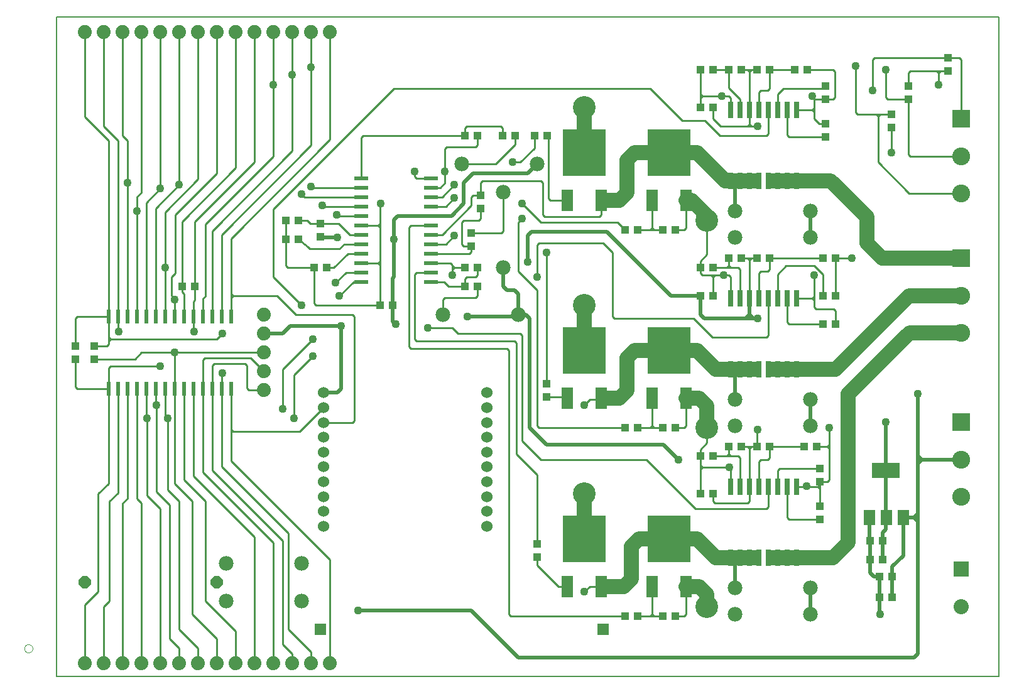
<source format=gtl>
G75*
G70*
%OFA0B0*%
%FSLAX24Y24*%
%IPPOS*%
%LPD*%
%AMOC8*
5,1,8,0,0,1.08239X$1,22.5*
%
%ADD10C,0.0080*%
%ADD11C,0.0000*%
%ADD12R,0.1650X0.0800*%
%ADD13R,0.0217X0.0768*%
%ADD14C,0.0740*%
%ADD15R,0.0433X0.0394*%
%ADD16R,0.0394X0.0433*%
%ADD17R,0.0780X0.0210*%
%ADD18C,0.0600*%
%ADD19R,0.0630X0.1181*%
%ADD20R,0.2280X0.2470*%
%ADD21C,0.0780*%
%ADD22R,0.0256X0.0886*%
%ADD23R,0.0950X0.0950*%
%ADD24C,0.0950*%
%ADD25R,0.0594X0.0594*%
%ADD26OC8,0.0640*%
%ADD27R,0.0800X0.0800*%
%ADD28C,0.0800*%
%ADD29R,0.0590X0.0790*%
%ADD30R,0.1500X0.0790*%
%ADD31C,0.0100*%
%ADD32C,0.0436*%
%ADD33C,0.0200*%
%ADD34C,0.0800*%
%ADD35C,0.1200*%
D10*
X002016Y000796D02*
X002016Y035796D01*
X052016Y035796D01*
X052016Y000796D01*
X002016Y000796D01*
D11*
X000299Y002296D02*
X000301Y002325D01*
X000307Y002353D01*
X000316Y002381D01*
X000329Y002407D01*
X000346Y002430D01*
X000365Y002452D01*
X000387Y002471D01*
X000412Y002486D01*
X000438Y002499D01*
X000466Y002507D01*
X000494Y002512D01*
X000523Y002513D01*
X000552Y002510D01*
X000580Y002503D01*
X000607Y002493D01*
X000633Y002479D01*
X000656Y002462D01*
X000677Y002442D01*
X000695Y002419D01*
X000710Y002394D01*
X000721Y002367D01*
X000729Y002339D01*
X000733Y002310D01*
X000733Y002282D01*
X000729Y002253D01*
X000721Y002225D01*
X000710Y002198D01*
X000695Y002173D01*
X000677Y002150D01*
X000656Y002130D01*
X000633Y002113D01*
X000607Y002099D01*
X000580Y002089D01*
X000552Y002082D01*
X000523Y002079D01*
X000494Y002080D01*
X000466Y002085D01*
X000438Y002093D01*
X000412Y002106D01*
X000387Y002121D01*
X000365Y002140D01*
X000346Y002162D01*
X000329Y002185D01*
X000316Y002211D01*
X000307Y002239D01*
X000301Y002267D01*
X000299Y002296D01*
D12*
X038541Y007126D03*
X040541Y007126D03*
X040541Y017126D03*
X038541Y017126D03*
X038541Y027126D03*
X040541Y027126D03*
D13*
X011266Y019925D03*
X010766Y019925D03*
X010266Y019925D03*
X009766Y019925D03*
X009266Y019925D03*
X008766Y019925D03*
X008266Y019925D03*
X007766Y019925D03*
X007266Y019925D03*
X006766Y019925D03*
X006266Y019925D03*
X005766Y019925D03*
X005266Y019925D03*
X004766Y019925D03*
X004766Y016067D03*
X005266Y016067D03*
X005766Y016067D03*
X006266Y016067D03*
X006766Y016067D03*
X007266Y016067D03*
X007766Y016067D03*
X008266Y016067D03*
X008766Y016067D03*
X009266Y016067D03*
X009766Y016067D03*
X010266Y016067D03*
X010766Y016067D03*
X011266Y016067D03*
D14*
X013016Y015996D03*
X013016Y016996D03*
X013016Y017996D03*
X013016Y018996D03*
X013016Y019996D03*
X012516Y034996D03*
X011516Y034996D03*
X010516Y034996D03*
X009516Y034996D03*
X008516Y034996D03*
X007516Y034996D03*
X006516Y034996D03*
X005516Y034996D03*
X004516Y034996D03*
X003516Y034996D03*
X013516Y034996D03*
X014516Y034996D03*
X015516Y034996D03*
X016516Y034996D03*
X016516Y001496D03*
X015516Y001496D03*
X014516Y001496D03*
X013516Y001496D03*
X012516Y001496D03*
X011516Y001496D03*
X010516Y001496D03*
X009516Y001496D03*
X008516Y001496D03*
X007516Y001496D03*
X006516Y001496D03*
X005516Y001496D03*
X004516Y001496D03*
X003516Y001496D03*
D15*
X003016Y017662D03*
X003016Y018331D03*
X008681Y021496D03*
X009350Y021496D03*
X015681Y022496D03*
X016350Y022496D03*
X016016Y024162D03*
X016016Y024831D03*
X019181Y020496D03*
X019850Y020496D03*
X023681Y022496D03*
X024350Y022496D03*
X024016Y023662D03*
X024016Y024331D03*
X024350Y029496D03*
X023681Y029496D03*
X036181Y030996D03*
X036850Y030996D03*
X041181Y032996D03*
X041850Y032996D03*
X046316Y030631D03*
X046316Y029962D03*
X047216Y031462D03*
X047216Y032131D03*
X049316Y032962D03*
X049316Y033631D03*
X043350Y022996D03*
X042681Y022996D03*
X042681Y020996D03*
X043350Y020996D03*
X043350Y019496D03*
X042681Y019496D03*
X036850Y020996D03*
X036181Y020996D03*
X028016Y016331D03*
X028016Y015662D03*
X036181Y010496D03*
X036850Y010496D03*
X041681Y012996D03*
X042350Y012996D03*
X045181Y007996D03*
X045850Y007996D03*
X045850Y006996D03*
X045181Y006996D03*
X045681Y006096D03*
X046350Y006096D03*
X046350Y004996D03*
X045681Y004996D03*
X027516Y007162D03*
X027516Y007831D03*
D16*
X032181Y003996D03*
X032850Y003996D03*
X034181Y003996D03*
X034850Y003996D03*
X042516Y009162D03*
X042516Y009831D03*
X042516Y011162D03*
X042516Y011831D03*
X039850Y012996D03*
X039181Y012996D03*
X038350Y012996D03*
X037681Y012996D03*
X036850Y012496D03*
X036181Y012496D03*
X034850Y013996D03*
X034181Y013996D03*
X032850Y013996D03*
X032181Y013996D03*
X024350Y021496D03*
X023681Y021496D03*
X024516Y025662D03*
X024516Y026331D03*
X025681Y029496D03*
X026350Y029496D03*
X027381Y029496D03*
X028050Y029496D03*
X032181Y024496D03*
X032850Y024496D03*
X034181Y024496D03*
X034850Y024496D03*
X036181Y022496D03*
X036850Y022496D03*
X037681Y022996D03*
X038350Y022996D03*
X039181Y022996D03*
X039850Y022996D03*
X042816Y029462D03*
X042816Y030131D03*
X042816Y031462D03*
X042816Y032131D03*
X039850Y032996D03*
X039181Y032996D03*
X038350Y032996D03*
X037681Y032996D03*
X036850Y032996D03*
X036181Y032996D03*
X014850Y024996D03*
X014181Y024996D03*
X014181Y023996D03*
X014850Y023996D03*
X004016Y018331D03*
X004016Y017662D03*
D17*
X018171Y021746D03*
X018171Y022246D03*
X018171Y022746D03*
X018171Y023246D03*
X018171Y023746D03*
X018171Y024246D03*
X018171Y024746D03*
X018171Y025246D03*
X018171Y025746D03*
X018171Y026246D03*
X018171Y026746D03*
X018171Y027246D03*
X021861Y027246D03*
X021861Y026746D03*
X021861Y026246D03*
X021861Y025746D03*
X021861Y025246D03*
X021861Y024746D03*
X021861Y024246D03*
X021861Y023746D03*
X021861Y023246D03*
X021861Y022746D03*
X021861Y022246D03*
X021861Y021746D03*
D18*
X024846Y015870D03*
X024846Y015083D03*
X024846Y014295D03*
X024846Y013508D03*
X024846Y012721D03*
X024846Y011933D03*
X024846Y011146D03*
X024846Y010358D03*
X024846Y009571D03*
X024846Y008784D03*
X016185Y008784D03*
X016185Y009571D03*
X016185Y010358D03*
X016185Y011146D03*
X016185Y011933D03*
X016185Y012721D03*
X016185Y013508D03*
X016185Y014295D03*
X016185Y015083D03*
X016185Y015870D03*
D19*
X029116Y015586D03*
X030916Y015586D03*
X033616Y015586D03*
X035416Y015586D03*
X035416Y005586D03*
X033616Y005586D03*
X030916Y005586D03*
X029116Y005586D03*
X029116Y026086D03*
X030916Y026086D03*
X033616Y026086D03*
X035416Y026086D03*
D20*
X034516Y028621D03*
X030016Y028621D03*
X030016Y018121D03*
X034516Y018121D03*
X034516Y008121D03*
X030016Y008121D03*
D21*
X038016Y005496D03*
X038016Y004096D03*
X042016Y004096D03*
X042016Y005496D03*
X042016Y014096D03*
X042016Y015496D03*
X038016Y015496D03*
X038016Y014096D03*
X026516Y019996D03*
X025716Y022496D03*
X022516Y019996D03*
X025716Y026496D03*
X027516Y027996D03*
X023516Y027996D03*
X038016Y025496D03*
X038016Y024096D03*
X042016Y024096D03*
X042016Y025496D03*
X015016Y006796D03*
X015016Y004796D03*
X011016Y004796D03*
X011016Y006796D03*
D22*
X037766Y007126D03*
X038266Y007126D03*
X038766Y007126D03*
X039266Y007126D03*
X039766Y007126D03*
X040266Y007126D03*
X040766Y007126D03*
X041266Y007126D03*
X041266Y010866D03*
X040766Y010866D03*
X040266Y010866D03*
X039766Y010866D03*
X039266Y010866D03*
X038766Y010866D03*
X038266Y010866D03*
X037766Y010866D03*
X037766Y017126D03*
X038266Y017126D03*
X038766Y017126D03*
X039266Y017126D03*
X039766Y017126D03*
X040266Y017126D03*
X040766Y017126D03*
X041266Y017126D03*
X041266Y020866D03*
X040766Y020866D03*
X040266Y020866D03*
X039766Y020866D03*
X039266Y020866D03*
X038766Y020866D03*
X038266Y020866D03*
X037766Y020866D03*
X037766Y027126D03*
X038266Y027126D03*
X038766Y027126D03*
X039266Y027126D03*
X039766Y027126D03*
X040266Y027126D03*
X040766Y027126D03*
X041266Y027126D03*
X041266Y030866D03*
X040766Y030866D03*
X040266Y030866D03*
X039766Y030866D03*
X039266Y030866D03*
X038766Y030866D03*
X038266Y030866D03*
X037766Y030866D03*
D23*
X050016Y030396D03*
X050016Y022996D03*
X050016Y014296D03*
D24*
X050016Y012328D03*
X050016Y010359D03*
X050016Y019059D03*
X050016Y021028D03*
X050016Y026459D03*
X050016Y028428D03*
D25*
X031016Y003296D03*
X016016Y003296D03*
D26*
X010516Y005796D03*
X003516Y005796D03*
D27*
X050016Y006496D03*
D28*
X050016Y004528D03*
D29*
X046926Y009256D03*
X046026Y009256D03*
X045126Y009256D03*
D30*
X046016Y011736D03*
D31*
X043016Y011262D02*
X043016Y012896D01*
X043016Y013496D01*
X043016Y013096D02*
X043016Y013996D01*
X043016Y013096D02*
X042916Y012996D01*
X042350Y012996D01*
X042916Y012996D02*
X043016Y012896D01*
X042516Y011831D02*
X040366Y011831D01*
X040266Y011731D01*
X040266Y010866D01*
X040766Y010866D02*
X040766Y009262D01*
X040866Y009162D01*
X042516Y009162D01*
X042516Y009831D02*
X042516Y010766D01*
X042516Y011266D01*
X042516Y011162D02*
X042516Y010966D01*
X042416Y010866D01*
X041846Y010866D01*
X041816Y010896D01*
X041786Y010866D01*
X041266Y010866D01*
X042416Y010866D02*
X042516Y010766D01*
X042516Y011162D02*
X042916Y011162D01*
X043016Y011262D01*
X041681Y012996D02*
X039850Y012996D01*
X039850Y012396D01*
X039750Y012296D01*
X039366Y012296D01*
X039266Y012196D01*
X039266Y010866D01*
X039766Y010866D02*
X039766Y009796D01*
X039666Y009696D01*
X035916Y009696D01*
X033316Y012296D01*
X027716Y012296D01*
X026716Y013296D01*
X026716Y018896D01*
X026616Y018996D01*
X023316Y018996D01*
X023016Y019296D01*
X021716Y019296D01*
X021116Y018596D02*
X021016Y018696D01*
X021016Y022146D01*
X021116Y022246D01*
X021861Y022246D01*
X021861Y021746D02*
X022566Y021746D01*
X022816Y021496D01*
X023681Y021496D01*
X023681Y021896D01*
X023781Y021996D01*
X024250Y021996D01*
X024350Y022096D01*
X024350Y022496D01*
X023681Y022496D02*
X023116Y022496D01*
X023016Y022396D01*
X023016Y022596D01*
X023116Y022496D01*
X023016Y022396D02*
X023016Y022096D01*
X023016Y022596D02*
X023016Y022646D01*
X022916Y022746D01*
X021861Y022746D01*
X021861Y023246D02*
X023916Y023246D01*
X024016Y023346D01*
X024016Y023662D01*
X023616Y023662D01*
X023516Y023762D01*
X023516Y024896D01*
X023616Y024996D01*
X024416Y024996D01*
X024516Y025096D01*
X024516Y025662D01*
X024016Y025796D02*
X024016Y026231D01*
X024116Y026331D01*
X024516Y026331D01*
X024516Y026996D01*
X024616Y027096D01*
X027716Y027096D01*
X027816Y026996D01*
X027816Y025296D01*
X027916Y025196D01*
X030816Y025196D01*
X030916Y025296D01*
X030916Y026086D01*
X031216Y026086D01*
X031781Y024896D02*
X027716Y024896D01*
X026716Y025896D01*
X026716Y025096D02*
X026516Y024896D01*
X026516Y022296D01*
X027516Y021296D01*
X027516Y014096D01*
X027616Y013996D01*
X032181Y013996D01*
X032850Y013996D02*
X033516Y013996D01*
X033681Y013996D01*
X033716Y013996D02*
X033616Y014096D01*
X033616Y015586D01*
X035416Y015586D02*
X035416Y014096D01*
X035316Y013996D01*
X034850Y013996D01*
X034181Y013996D02*
X033716Y013996D01*
X033616Y014096D02*
X033516Y013996D01*
X031176Y015586D02*
X030916Y015586D01*
X030806Y015586D01*
X030716Y015496D01*
X030316Y015496D01*
X030016Y015196D01*
X029116Y015586D02*
X029040Y015662D01*
X028016Y015662D01*
X028016Y016331D02*
X028016Y023296D01*
X027516Y023696D02*
X027516Y021996D01*
X027516Y023696D02*
X027616Y023796D01*
X031016Y023796D01*
X031516Y023296D01*
X031516Y019896D01*
X031616Y019796D01*
X035816Y019796D01*
X036816Y018796D01*
X039666Y018796D01*
X039766Y018896D01*
X039766Y020866D01*
X040266Y020866D02*
X040266Y022146D01*
X040716Y022596D01*
X042216Y022596D01*
X042681Y022131D01*
X042681Y020996D01*
X042216Y020966D02*
X042216Y020796D01*
X042216Y020766D02*
X042216Y020396D01*
X042316Y020296D01*
X043250Y020296D01*
X043350Y020196D01*
X043350Y019496D01*
X042681Y019496D02*
X040866Y019496D01*
X040766Y019596D01*
X040766Y020866D01*
X041266Y020866D02*
X042116Y020866D01*
X042216Y020966D01*
X042216Y022096D01*
X042681Y022996D02*
X039850Y022996D01*
X039850Y022396D01*
X039750Y022296D01*
X039366Y022296D01*
X039266Y022196D01*
X039266Y020866D01*
X038766Y020866D02*
X038766Y022896D01*
X038666Y022996D01*
X038866Y022996D01*
X039181Y022996D01*
X039216Y023031D01*
X038866Y022996D02*
X038766Y022896D01*
X038666Y022996D02*
X038350Y022996D01*
X037681Y022996D02*
X037681Y022596D01*
X037581Y022496D01*
X037781Y022496D01*
X037681Y022596D01*
X037681Y022716D01*
X037781Y022496D02*
X038166Y022496D01*
X038266Y022396D01*
X038266Y020866D01*
X037766Y020866D02*
X037766Y021996D01*
X037666Y022096D01*
X037416Y022096D01*
X036950Y022096D01*
X036850Y021996D01*
X036850Y020996D01*
X036846Y021996D02*
X036746Y022096D01*
X036281Y022096D01*
X036181Y022196D01*
X036181Y022496D01*
X036181Y022862D01*
X036516Y023196D01*
X036516Y024996D01*
X035416Y024596D02*
X035416Y026086D01*
X033616Y026086D02*
X033616Y024596D01*
X033516Y024496D01*
X033681Y024496D01*
X033716Y024496D02*
X034181Y024496D01*
X033716Y024496D02*
X033616Y024596D01*
X033516Y024496D02*
X032850Y024496D01*
X032181Y024496D02*
X031781Y024896D01*
X029116Y026086D02*
X028216Y026086D01*
X028116Y026186D01*
X028116Y029431D01*
X028050Y029496D01*
X027381Y029496D02*
X027381Y028862D01*
X026616Y028096D01*
X026216Y028096D01*
X025316Y027996D02*
X026350Y029031D01*
X026350Y029496D01*
X025681Y029496D02*
X025681Y029896D01*
X025581Y029996D01*
X023781Y029996D01*
X023681Y029896D01*
X023681Y029496D01*
X018271Y029496D01*
X018171Y029396D01*
X018171Y027246D01*
X018171Y026746D02*
X015566Y026746D01*
X015516Y026796D01*
X015016Y026396D02*
X015166Y026246D01*
X018171Y026246D01*
X018171Y025746D02*
X016166Y025746D01*
X016116Y025796D01*
X016856Y025326D02*
X016936Y025246D01*
X018171Y025246D01*
X018171Y024746D02*
X019081Y024746D01*
X019181Y024846D01*
X019181Y025862D01*
X019216Y025896D01*
X019181Y025362D02*
X019181Y024646D01*
X019181Y022846D01*
X019081Y022746D01*
X019181Y022646D01*
X019181Y022346D01*
X019181Y024146D01*
X019181Y024643D02*
X019181Y024646D01*
X019081Y024746D01*
X018171Y024246D02*
X017566Y024246D01*
X016981Y024831D01*
X016016Y024831D01*
X015481Y024831D01*
X015316Y024996D01*
X014850Y024996D01*
X014181Y024996D02*
X014181Y023996D01*
X014181Y022596D01*
X014281Y022496D01*
X015681Y022496D01*
X015681Y020596D01*
X015781Y020496D01*
X019181Y020496D01*
X019181Y022346D01*
X019081Y022746D02*
X018171Y022746D01*
X018171Y023246D02*
X017466Y023246D01*
X016716Y022496D01*
X016350Y022496D01*
X016816Y021696D02*
X017366Y022246D01*
X018171Y022246D01*
X018171Y021746D02*
X017766Y021746D01*
X017016Y020996D01*
X017716Y019996D02*
X014716Y019996D01*
X013716Y020996D01*
X011376Y020996D01*
X011266Y020886D01*
X011266Y019925D01*
X010766Y019925D02*
X010766Y024246D01*
X015516Y028996D01*
X015516Y033146D01*
X015516Y034996D01*
X016516Y034996D02*
X016516Y029296D01*
X011266Y024046D01*
X011266Y021106D01*
X011376Y020996D01*
X011266Y020996D01*
X011266Y021106D01*
X011266Y020996D02*
X011266Y020886D01*
X009916Y020996D02*
X009766Y020846D01*
X009766Y019925D01*
X010266Y019925D02*
X010266Y024446D01*
X014516Y028696D01*
X014516Y032746D01*
X014516Y034996D01*
X013516Y034996D02*
X013516Y032796D01*
X013516Y032196D01*
X013516Y028396D01*
X009916Y024796D01*
X009916Y020996D01*
X009350Y020781D02*
X009350Y021496D01*
X009350Y024931D01*
X012516Y028096D01*
X012516Y034996D01*
X011516Y034996D02*
X011516Y027796D01*
X008681Y024962D01*
X008681Y021496D01*
X008666Y021481D01*
X008666Y021196D01*
X008766Y021096D01*
X008766Y019925D01*
X009266Y019925D02*
X009266Y020696D01*
X009350Y020781D01*
X009266Y019925D02*
X009266Y019146D01*
X009316Y019096D01*
X008266Y019925D02*
X008266Y020796D01*
X008266Y020846D01*
X008116Y020996D01*
X008116Y021996D01*
X008316Y022196D01*
X008316Y025296D01*
X010516Y027496D01*
X010516Y034996D01*
X009516Y034996D02*
X009516Y027196D01*
X007766Y025446D01*
X007766Y022496D01*
X007766Y019925D01*
X007266Y019925D02*
X007266Y025646D01*
X008516Y026896D01*
X008516Y034996D01*
X007516Y034996D02*
X007516Y026696D01*
X006766Y025946D01*
X006766Y019925D01*
X006266Y019925D02*
X006266Y025496D01*
X006266Y026246D01*
X006516Y026496D01*
X006516Y034996D01*
X005516Y034996D02*
X005516Y029496D01*
X005766Y029246D01*
X005766Y026996D01*
X005766Y019925D01*
X005266Y019925D02*
X005266Y029246D01*
X004516Y029996D01*
X004516Y034996D01*
X003516Y034996D02*
X003516Y030496D01*
X004766Y029246D01*
X004766Y019925D01*
X003116Y019925D01*
X003016Y019825D01*
X003016Y018331D01*
X003016Y017662D02*
X003016Y016167D01*
X003116Y016067D01*
X004766Y016067D01*
X004766Y017176D01*
X004866Y017276D01*
X007516Y017276D01*
X008266Y017996D02*
X006516Y017996D01*
X006181Y017662D01*
X004016Y017662D01*
X004016Y018331D02*
X004666Y018331D01*
X004766Y018431D01*
X004766Y018596D01*
X004866Y018696D01*
X010516Y018696D01*
X010816Y018996D01*
X009866Y017696D02*
X012316Y017696D01*
X013016Y016996D01*
X012116Y017296D02*
X012116Y016096D01*
X012216Y015996D01*
X013016Y015996D01*
X014016Y014996D02*
X014016Y017096D01*
X015616Y018696D01*
X015616Y017796D02*
X014616Y016796D01*
X014616Y014496D01*
X014898Y013796D02*
X011366Y013796D01*
X011266Y013896D01*
X011266Y016067D01*
X010766Y016067D02*
X010766Y011946D01*
X014316Y008396D01*
X014316Y003296D01*
X015516Y002096D01*
X015516Y001496D01*
X016516Y001496D02*
X016516Y006996D01*
X011266Y012246D01*
X011266Y013796D01*
X011366Y013796D01*
X011266Y013796D02*
X011266Y013896D01*
X010766Y016067D02*
X010766Y016896D01*
X010816Y016896D01*
X010366Y017396D02*
X012016Y017396D01*
X012116Y017296D01*
X013016Y017996D02*
X008266Y017996D01*
X008266Y016067D01*
X008266Y011046D01*
X009216Y010096D01*
X009216Y004096D01*
X010516Y002796D01*
X010516Y001496D01*
X011516Y001496D02*
X011516Y003196D01*
X009916Y004796D01*
X009916Y010096D01*
X008766Y011246D01*
X008766Y016067D01*
X009266Y016067D02*
X009266Y011446D01*
X012516Y008196D01*
X012516Y001496D01*
X013516Y001496D02*
X013516Y007896D01*
X009766Y011646D01*
X009766Y016067D01*
X009766Y017596D01*
X009866Y017696D01*
X010266Y017296D02*
X010366Y017396D01*
X010266Y017296D02*
X010266Y016296D01*
X010266Y016067D01*
X010266Y011746D01*
X014016Y007996D01*
X014016Y002496D01*
X014516Y001996D01*
X014516Y001496D01*
X009516Y001496D02*
X009516Y002296D01*
X008516Y003296D01*
X008516Y010096D01*
X007916Y010696D01*
X007916Y014496D01*
X007766Y014646D01*
X007766Y016067D01*
X007266Y016067D02*
X007266Y015246D01*
X007316Y015196D01*
X007316Y010596D01*
X008016Y009896D01*
X008016Y002796D01*
X008516Y002296D01*
X008516Y001496D01*
X007516Y001496D02*
X007516Y009696D01*
X006816Y010396D01*
X006816Y014496D01*
X006766Y014546D01*
X006766Y016067D01*
X006266Y016067D02*
X006266Y010246D01*
X006516Y009996D01*
X006516Y001496D01*
X005516Y001496D02*
X005516Y009996D01*
X005766Y010246D01*
X005766Y016067D01*
X005266Y016067D02*
X005266Y010546D01*
X004816Y010096D01*
X004816Y004796D01*
X004516Y004496D01*
X004516Y001496D01*
X003516Y001496D02*
X003516Y004596D01*
X004216Y005296D01*
X004216Y010496D01*
X004766Y011046D01*
X004766Y016067D01*
X004766Y018596D02*
X004766Y018696D01*
X004866Y018696D01*
X004766Y018796D01*
X004766Y019925D01*
X005266Y019925D02*
X005266Y019146D01*
X005316Y019096D01*
X004766Y018796D02*
X004766Y018696D01*
X013516Y021996D02*
X015016Y020496D01*
X013516Y021996D02*
X013516Y025596D01*
X019916Y031996D01*
X033516Y031996D01*
X035216Y030296D01*
X036416Y030296D01*
X037216Y029496D01*
X039666Y029496D01*
X039766Y029596D01*
X039766Y030866D01*
X040266Y030866D02*
X040266Y031696D01*
X040566Y031996D01*
X042716Y031996D01*
X042816Y032096D01*
X042816Y032131D01*
X042816Y031462D02*
X042250Y031462D01*
X042216Y031496D01*
X042216Y030966D01*
X042116Y030866D01*
X042017Y030866D01*
X042116Y030866D02*
X042216Y030766D01*
X042216Y030966D01*
X042116Y030866D02*
X041266Y030866D01*
X040766Y030866D02*
X040766Y029562D01*
X040866Y029462D01*
X042816Y029462D01*
X042816Y030131D02*
X042481Y030131D01*
X042216Y030396D01*
X042216Y030766D01*
X042216Y031496D02*
X042116Y031596D01*
X042816Y031462D02*
X043216Y031462D01*
X043316Y031562D01*
X043316Y032896D01*
X043216Y032996D01*
X041850Y032996D01*
X041181Y032996D02*
X039850Y032996D01*
X039850Y031996D01*
X039750Y031896D01*
X039366Y031896D01*
X039266Y031796D01*
X039266Y030866D01*
X038766Y030866D02*
X038766Y032896D01*
X038666Y032996D01*
X038866Y032996D01*
X038766Y032896D01*
X038866Y032996D02*
X039181Y032996D01*
X038666Y032996D02*
X038350Y032996D01*
X037681Y032996D02*
X036850Y032996D01*
X036181Y032996D02*
X036181Y031696D01*
X036181Y031496D01*
X036281Y031596D01*
X037316Y031596D01*
X037666Y031596D01*
X037766Y031496D01*
X037766Y030866D01*
X038266Y030866D02*
X038266Y031446D01*
X037681Y032031D01*
X037681Y032996D01*
X036281Y031596D02*
X036181Y031696D01*
X036181Y031496D02*
X036181Y030996D01*
X036850Y030996D02*
X036850Y030396D01*
X037250Y029996D01*
X038616Y029996D01*
X038966Y029996D01*
X038866Y029996D02*
X039216Y029996D01*
X038866Y029996D02*
X038766Y030096D01*
X038766Y030866D01*
X038766Y030096D02*
X038666Y029996D01*
X038616Y029996D01*
X044416Y030731D02*
X044516Y030631D01*
X045516Y030631D01*
X046016Y030631D01*
X045716Y030631D02*
X046316Y030631D01*
X045716Y030631D02*
X045616Y030531D01*
X045616Y028096D01*
X047253Y026459D01*
X050016Y026459D01*
X050016Y028428D02*
X047316Y028428D01*
X047216Y028528D01*
X047216Y031462D01*
X046116Y031462D01*
X046016Y031562D01*
X046016Y032996D01*
X045416Y033631D02*
X049316Y033631D01*
X049916Y033631D01*
X050016Y033531D01*
X050016Y030396D01*
X048816Y032196D02*
X048816Y032862D01*
X048716Y032962D01*
X048816Y032862D02*
X048916Y032962D01*
X047316Y032962D01*
X047216Y032862D01*
X047216Y032131D01*
X048916Y032962D02*
X049316Y032962D01*
X045416Y033631D02*
X045316Y033531D01*
X045316Y031896D01*
X044416Y030731D02*
X044416Y033196D01*
X045516Y030631D02*
X045616Y030531D01*
X046316Y029962D02*
X046316Y028596D01*
X044216Y022996D02*
X043350Y022996D01*
X043516Y022996D01*
X043350Y022996D02*
X043350Y020996D01*
X042216Y020766D02*
X042116Y020866D01*
X037581Y022496D02*
X036850Y022496D01*
X036950Y022096D02*
X036746Y022096D01*
X035316Y024496D02*
X034850Y024496D01*
X035316Y024496D02*
X035416Y024596D01*
X029116Y026086D02*
X029106Y026086D01*
X029016Y025996D01*
X025716Y026496D02*
X025716Y024431D01*
X025616Y024331D01*
X024016Y024331D01*
X023116Y024196D02*
X022666Y023746D01*
X021861Y023746D01*
X021861Y024246D02*
X022466Y024246D01*
X024016Y025796D01*
X023116Y026196D02*
X022666Y025746D01*
X021861Y025746D01*
X021861Y026246D02*
X022466Y026246D01*
X023116Y026896D01*
X022616Y026996D02*
X022616Y027596D01*
X022616Y028796D01*
X022716Y028896D01*
X024250Y028896D01*
X024350Y028996D01*
X024350Y029496D01*
X023516Y027996D02*
X025316Y027996D01*
X022616Y026996D02*
X022366Y026746D01*
X021861Y026746D01*
X021861Y027246D02*
X021116Y027246D01*
X021016Y027346D01*
X021016Y027596D01*
X020816Y024746D02*
X020716Y024646D01*
X020716Y018296D01*
X020816Y018196D01*
X025916Y018196D01*
X026016Y018096D01*
X026016Y004096D01*
X026116Y003996D01*
X032181Y003996D01*
X032850Y003996D02*
X033516Y003996D01*
X033716Y003996D01*
X033616Y004096D01*
X033616Y005586D01*
X035416Y005586D02*
X035416Y004096D01*
X035316Y003996D01*
X034850Y003996D01*
X034181Y003996D02*
X033716Y003996D01*
X033616Y004096D02*
X033516Y003996D01*
X031176Y005586D02*
X030916Y005586D01*
X030306Y005586D01*
X030016Y005296D01*
X029116Y005586D02*
X028626Y005586D01*
X027516Y006696D01*
X027516Y007162D01*
X027516Y007831D02*
X027516Y011496D01*
X026416Y012596D01*
X026416Y018496D01*
X026316Y018596D01*
X021116Y018596D01*
X022516Y019996D02*
X022516Y020796D01*
X022616Y020896D01*
X024250Y020896D01*
X024350Y020996D01*
X024350Y021496D01*
X021861Y024746D02*
X020816Y024746D01*
X018171Y023746D02*
X017266Y023746D01*
X017016Y023496D01*
X015450Y023496D01*
X015350Y023596D01*
X014850Y023996D01*
X017716Y019996D02*
X017816Y019896D01*
X017816Y014395D01*
X017716Y014295D01*
X016185Y014295D01*
X016185Y015083D02*
X014898Y013796D01*
X030016Y018121D02*
X030016Y018496D01*
X036516Y013996D02*
X036516Y013196D01*
X036181Y012862D01*
X036181Y012496D01*
X036181Y011996D01*
X036181Y011796D01*
X036281Y011896D01*
X037716Y011896D01*
X037766Y011846D01*
X037766Y010866D01*
X038266Y010866D02*
X038266Y012396D01*
X038166Y012496D01*
X037781Y012496D01*
X037681Y012596D01*
X037681Y012996D01*
X037681Y012596D02*
X037581Y012496D01*
X037866Y012496D01*
X037581Y012496D02*
X036850Y012496D01*
X036281Y011896D02*
X036181Y011996D01*
X036181Y011796D02*
X036181Y010496D01*
X036850Y010496D02*
X036850Y010096D01*
X036950Y009996D01*
X038666Y009996D01*
X038766Y010096D01*
X038766Y010866D01*
X038766Y012896D01*
X038666Y012996D01*
X038966Y012996D01*
X038866Y012996D02*
X039181Y012996D01*
X039181Y013862D01*
X039216Y013896D01*
X038866Y012996D02*
X038766Y012896D01*
X038666Y012996D02*
X038350Y012996D01*
X038169Y017030D02*
X038112Y017030D01*
X038016Y017126D01*
X046026Y009256D02*
X046016Y009066D01*
D32*
X041816Y010896D03*
X037716Y011896D03*
X035016Y012296D03*
X039216Y013896D03*
X043016Y013996D03*
X046016Y014296D03*
X047716Y015796D03*
X039216Y019796D03*
X037416Y022096D03*
X042216Y022096D03*
X044216Y022996D03*
X046316Y028596D03*
X042116Y031596D03*
X044416Y033196D03*
X045316Y031896D03*
X046016Y032996D03*
X048816Y032196D03*
X039216Y029996D03*
X037316Y031596D03*
X026716Y025896D03*
X026716Y025096D03*
X028016Y023296D03*
X027016Y022796D03*
X027516Y021996D03*
X023816Y019896D03*
X021716Y019296D03*
X020016Y019496D03*
X017116Y019396D03*
X015616Y018696D03*
X015616Y017796D03*
X014016Y014996D03*
X014616Y014496D03*
X010816Y016896D03*
X008266Y017996D03*
X007516Y017276D03*
X009316Y019096D03*
X010816Y018996D03*
X008266Y020796D03*
X007766Y022496D03*
X006266Y025496D03*
X005766Y026996D03*
X007516Y026696D03*
X008516Y026896D03*
X015016Y026396D03*
X015516Y026796D03*
X016116Y025796D03*
X016856Y025326D03*
X016916Y024096D03*
X019216Y025896D03*
X019916Y023996D03*
X023116Y024196D03*
X023116Y026196D03*
X023116Y026896D03*
X022616Y027596D03*
X021016Y027596D03*
X026216Y028096D03*
X023016Y022096D03*
X017016Y020996D03*
X016816Y021696D03*
X015016Y020496D03*
X007316Y015196D03*
X006816Y014496D03*
X007916Y014496D03*
X005316Y019096D03*
X013516Y032196D03*
X014516Y032746D03*
X015516Y033146D03*
X030016Y015196D03*
X030016Y005296D03*
X018016Y004296D03*
X045716Y004096D03*
D33*
X045681Y004131D01*
X045681Y004996D01*
X045681Y006096D01*
X045381Y006096D01*
X045181Y006296D01*
X045181Y006996D01*
X045181Y007996D01*
X045126Y008052D01*
X045126Y009256D01*
X046016Y009246D02*
X046016Y008596D01*
X045850Y008431D01*
X045850Y007996D01*
X045850Y006996D01*
X046350Y006631D02*
X046926Y007206D01*
X046926Y009256D01*
X047516Y009256D01*
X047716Y009056D01*
X047716Y009456D01*
X047716Y012128D01*
X047716Y012528D01*
X047716Y015796D01*
X046016Y014296D02*
X046016Y011736D01*
X046016Y009266D01*
X046026Y009256D01*
X046016Y009246D01*
X047516Y009256D02*
X047716Y009456D01*
X047716Y009056D02*
X047716Y001996D01*
X047516Y001796D01*
X026516Y001796D01*
X024016Y004296D01*
X018016Y004296D01*
X027116Y013996D02*
X028016Y013096D01*
X034216Y013096D01*
X035016Y012296D01*
X038016Y015496D02*
X038016Y017026D01*
X038116Y017126D01*
X038266Y017126D01*
X038766Y017126D01*
X039266Y017126D01*
X039766Y017126D02*
X040266Y017126D01*
X040766Y017126D01*
X041266Y017126D01*
X042016Y015496D02*
X042016Y014096D01*
X038266Y017126D02*
X038169Y017030D01*
X038566Y019796D02*
X036381Y019796D01*
X036181Y019996D01*
X036181Y020996D01*
X034616Y020996D01*
X031216Y024396D01*
X027216Y024396D01*
X027016Y024196D01*
X027016Y022796D01*
X025716Y022496D02*
X025716Y021496D01*
X025916Y021296D01*
X026316Y021296D01*
X026516Y021096D01*
X026516Y019996D01*
X026416Y019896D01*
X023816Y019896D01*
X026516Y019996D02*
X026916Y019996D01*
X027116Y019796D01*
X027116Y013996D01*
X020016Y019496D02*
X019850Y019662D01*
X019850Y020496D01*
X019850Y021931D01*
X019916Y021996D01*
X019916Y023996D01*
X019916Y025046D01*
X020116Y025246D01*
X021861Y025246D01*
X022966Y025246D01*
X023616Y025896D01*
X023616Y026996D01*
X024116Y027496D01*
X027016Y027496D01*
X027516Y027996D01*
X037766Y027126D02*
X038016Y027126D01*
X038016Y025496D01*
X038016Y027126D02*
X038266Y027126D01*
X038766Y027126D01*
X039266Y027126D01*
X039766Y027126D02*
X040266Y027126D01*
X040766Y027126D01*
X041266Y027126D01*
X042016Y025496D02*
X042016Y024096D01*
X038766Y020866D02*
X038766Y019996D01*
X038966Y019796D01*
X039216Y019796D01*
X039066Y019796D02*
X038566Y019796D01*
X038766Y019996D01*
X047716Y012528D02*
X047916Y012328D01*
X047716Y012128D01*
X047916Y012328D02*
X050016Y012328D01*
X046350Y006631D02*
X046350Y006096D01*
X046350Y004996D01*
X042016Y005496D02*
X042016Y004096D01*
X041266Y007126D02*
X040766Y007126D01*
X040266Y007126D01*
X039766Y007126D01*
X039266Y007126D02*
X038766Y007126D01*
X038266Y007126D01*
X038016Y007126D01*
X038016Y005496D01*
X038016Y007126D02*
X037766Y007126D01*
X037669Y007126D02*
X037516Y007126D01*
X017116Y016070D02*
X016916Y015870D01*
X016185Y015870D01*
X017116Y016070D02*
X017116Y019396D01*
X014416Y019396D01*
X014016Y018996D01*
X013016Y018996D01*
X016081Y024096D02*
X016016Y024162D01*
X016081Y024096D02*
X016916Y024096D01*
D34*
X030016Y020496D02*
X030016Y018496D01*
X032266Y017721D02*
X032666Y018121D01*
X034516Y018121D01*
X035991Y018121D01*
X036986Y017126D01*
X037766Y017126D01*
X038016Y017126D01*
X036116Y015586D02*
X035416Y015586D01*
X036116Y015586D02*
X036516Y015186D01*
X036516Y013996D01*
X032266Y015986D02*
X031866Y015586D01*
X031176Y015586D01*
X032266Y015986D02*
X032266Y017721D01*
X041266Y017126D02*
X043346Y017126D01*
X047247Y021028D01*
X050016Y021028D01*
X050016Y019059D02*
X047279Y019059D01*
X044016Y015796D01*
X044016Y007926D01*
X043216Y007126D01*
X041266Y007126D01*
X037766Y007126D02*
X037516Y007126D01*
X036986Y007126D01*
X035991Y008121D01*
X034516Y008121D01*
X032916Y008121D01*
X032516Y007721D01*
X032516Y005986D01*
X032116Y005586D01*
X031176Y005586D01*
X030016Y008121D02*
X030016Y010496D01*
X035416Y005586D02*
X036116Y005586D01*
X036516Y005186D01*
X036516Y004496D01*
X045816Y022996D02*
X050016Y022996D01*
X045816Y022996D02*
X045016Y023796D01*
X045016Y025196D01*
X043086Y027126D01*
X041266Y027126D01*
X037766Y027126D02*
X037486Y027126D01*
X035991Y028621D01*
X034516Y028621D01*
X032666Y028621D01*
X032266Y028221D01*
X032266Y026486D01*
X031866Y026086D01*
X031216Y026086D01*
X030016Y028621D02*
X030016Y030996D01*
X035416Y026086D02*
X035716Y026086D01*
X036516Y025286D01*
X036516Y024996D01*
D35*
X036516Y024996D03*
X030016Y020496D03*
X036516Y013996D03*
X030016Y010496D03*
X036516Y004496D03*
X030016Y030996D03*
M02*

</source>
